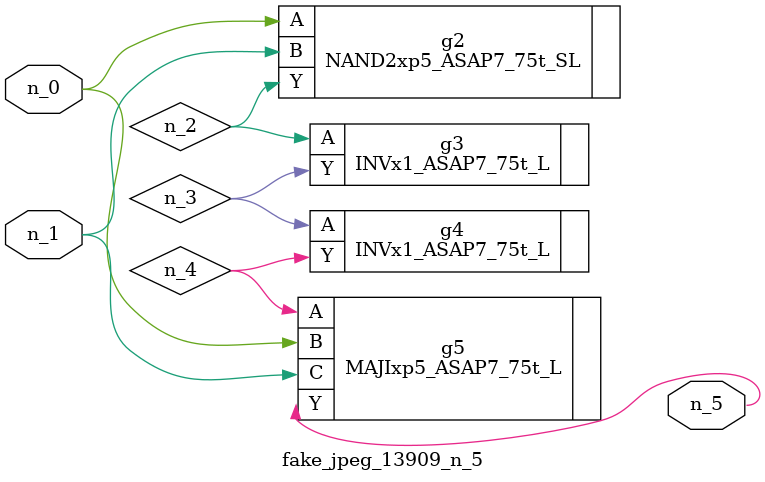
<source format=v>
module fake_jpeg_13909_n_5 (n_0, n_1, n_5);

input n_0;
input n_1;

output n_5;

wire n_3;
wire n_2;
wire n_4;

NAND2xp5_ASAP7_75t_SL g2 ( 
.A(n_0),
.B(n_1),
.Y(n_2)
);

INVx1_ASAP7_75t_L g3 ( 
.A(n_2),
.Y(n_3)
);

INVx1_ASAP7_75t_L g4 ( 
.A(n_3),
.Y(n_4)
);

MAJIxp5_ASAP7_75t_L g5 ( 
.A(n_4),
.B(n_0),
.C(n_1),
.Y(n_5)
);


endmodule
</source>
